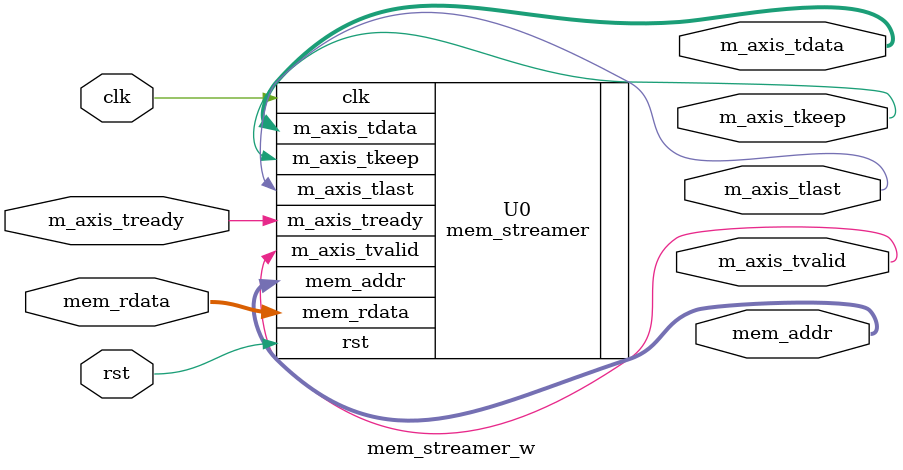
<source format=v>
/*
	This Source Code Form is subject to the terms of the Mozilla Public
	License, v. 2.0. If a copy of the MPL was not distributed with this
	file, You can obtain one at https://mozilla.org/MPL/2.0/.
*/

module mem_streamer_w #(parameter addr_width = 6, parameter data_width = 8, parameter byte_count = 4)
(
	// Clock and reset

	input wire clk,
	input wire rst,

	// MEM : Memory interface (DRAM/BRAM)

	output wire [addr_width-1:0] mem_addr,
	input wire [data_width-1:0] mem_rdata,

	// M_AXIS : AXI4-Stream master interface

	output wire [data_width-1:0] m_axis_tdata,
	output wire [(data_width/8)-1:0] m_axis_tkeep,
	output wire m_axis_tlast,
	output wire m_axis_tvalid,
	input wire m_axis_tready
);
	mem_streamer #(addr_width, data_width, byte_count) U0
	(
		.clk(clk),
		.rst(rst),

		// MEM

		.mem_addr(mem_addr),
		.mem_rdata(mem_rdata),

		// M_AXIS

		.m_axis_tdata(m_axis_tdata),
		.m_axis_tkeep(m_axis_tkeep),
		.m_axis_tlast(m_axis_tlast),
		.m_axis_tvalid(m_axis_tvalid),
		.m_axis_tready(m_axis_tready)
	);
endmodule


</source>
